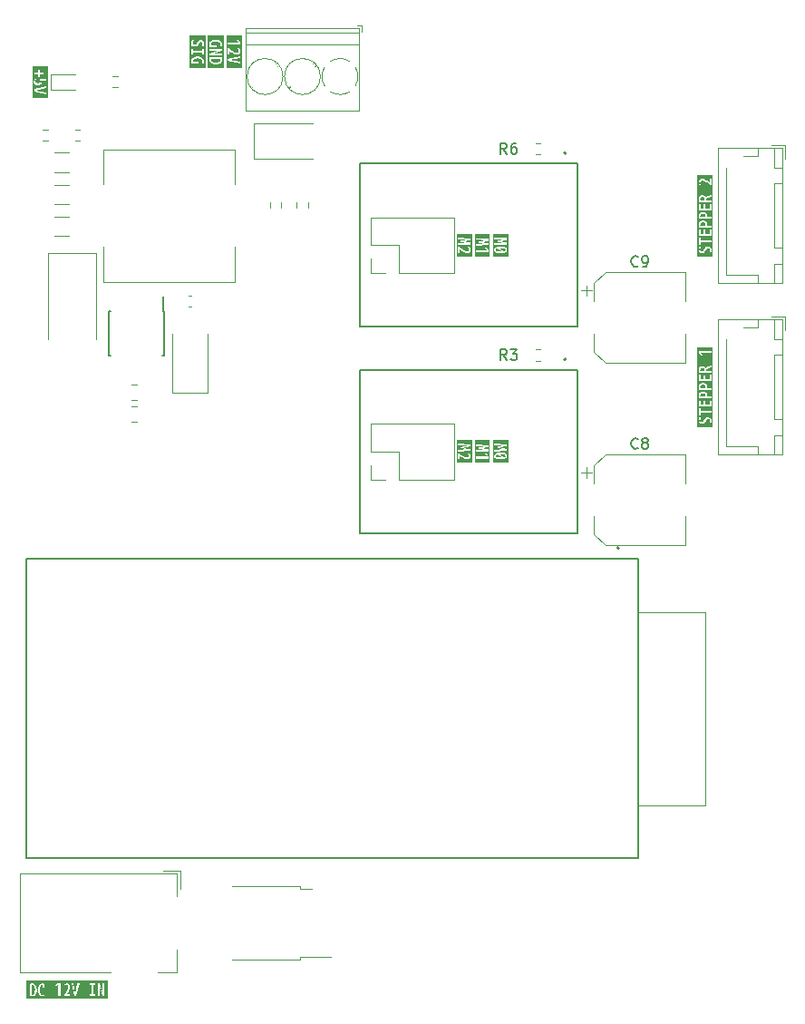
<source format=gto>
%TF.GenerationSoftware,KiCad,Pcbnew,7.0.1*%
%TF.CreationDate,2024-04-15T22:24:04+03:00*%
%TF.ProjectId,ESP32 STEPPER CONTROL PCB,45535033-3220-4535-9445-505045522043,rev?*%
%TF.SameCoordinates,PX68e7780PY7bfa480*%
%TF.FileFunction,Legend,Top*%
%TF.FilePolarity,Positive*%
%FSLAX46Y46*%
G04 Gerber Fmt 4.6, Leading zero omitted, Abs format (unit mm)*
G04 Created by KiCad (PCBNEW 7.0.1) date 2024-04-15 22:24:04*
%MOMM*%
%LPD*%
G01*
G04 APERTURE LIST*
%ADD10C,0.150000*%
%ADD11C,0.120000*%
%ADD12C,0.127000*%
%ADD13C,0.200000*%
%ADD14C,0.100000*%
G04 APERTURE END LIST*
D10*
%TO.C,C9*%
X57833333Y69332620D02*
X57785714Y69285000D01*
X57785714Y69285000D02*
X57642857Y69237381D01*
X57642857Y69237381D02*
X57547619Y69237381D01*
X57547619Y69237381D02*
X57404762Y69285000D01*
X57404762Y69285000D02*
X57309524Y69380239D01*
X57309524Y69380239D02*
X57261905Y69475477D01*
X57261905Y69475477D02*
X57214286Y69665953D01*
X57214286Y69665953D02*
X57214286Y69808810D01*
X57214286Y69808810D02*
X57261905Y69999286D01*
X57261905Y69999286D02*
X57309524Y70094524D01*
X57309524Y70094524D02*
X57404762Y70189762D01*
X57404762Y70189762D02*
X57547619Y70237381D01*
X57547619Y70237381D02*
X57642857Y70237381D01*
X57642857Y70237381D02*
X57785714Y70189762D01*
X57785714Y70189762D02*
X57833333Y70142143D01*
X58309524Y69237381D02*
X58500000Y69237381D01*
X58500000Y69237381D02*
X58595238Y69285000D01*
X58595238Y69285000D02*
X58642857Y69332620D01*
X58642857Y69332620D02*
X58738095Y69475477D01*
X58738095Y69475477D02*
X58785714Y69665953D01*
X58785714Y69665953D02*
X58785714Y70046905D01*
X58785714Y70046905D02*
X58738095Y70142143D01*
X58738095Y70142143D02*
X58690476Y70189762D01*
X58690476Y70189762D02*
X58595238Y70237381D01*
X58595238Y70237381D02*
X58404762Y70237381D01*
X58404762Y70237381D02*
X58309524Y70189762D01*
X58309524Y70189762D02*
X58261905Y70142143D01*
X58261905Y70142143D02*
X58214286Y70046905D01*
X58214286Y70046905D02*
X58214286Y69808810D01*
X58214286Y69808810D02*
X58261905Y69713572D01*
X58261905Y69713572D02*
X58309524Y69665953D01*
X58309524Y69665953D02*
X58404762Y69618334D01*
X58404762Y69618334D02*
X58595238Y69618334D01*
X58595238Y69618334D02*
X58690476Y69665953D01*
X58690476Y69665953D02*
X58738095Y69713572D01*
X58738095Y69713572D02*
X58785714Y69808810D01*
%TO.C,C8*%
X57833333Y52332620D02*
X57785714Y52285000D01*
X57785714Y52285000D02*
X57642857Y52237381D01*
X57642857Y52237381D02*
X57547619Y52237381D01*
X57547619Y52237381D02*
X57404762Y52285000D01*
X57404762Y52285000D02*
X57309524Y52380239D01*
X57309524Y52380239D02*
X57261905Y52475477D01*
X57261905Y52475477D02*
X57214286Y52665953D01*
X57214286Y52665953D02*
X57214286Y52808810D01*
X57214286Y52808810D02*
X57261905Y52999286D01*
X57261905Y52999286D02*
X57309524Y53094524D01*
X57309524Y53094524D02*
X57404762Y53189762D01*
X57404762Y53189762D02*
X57547619Y53237381D01*
X57547619Y53237381D02*
X57642857Y53237381D01*
X57642857Y53237381D02*
X57785714Y53189762D01*
X57785714Y53189762D02*
X57833333Y53142143D01*
X58404762Y52808810D02*
X58309524Y52856429D01*
X58309524Y52856429D02*
X58261905Y52904048D01*
X58261905Y52904048D02*
X58214286Y52999286D01*
X58214286Y52999286D02*
X58214286Y53046905D01*
X58214286Y53046905D02*
X58261905Y53142143D01*
X58261905Y53142143D02*
X58309524Y53189762D01*
X58309524Y53189762D02*
X58404762Y53237381D01*
X58404762Y53237381D02*
X58595238Y53237381D01*
X58595238Y53237381D02*
X58690476Y53189762D01*
X58690476Y53189762D02*
X58738095Y53142143D01*
X58738095Y53142143D02*
X58785714Y53046905D01*
X58785714Y53046905D02*
X58785714Y52999286D01*
X58785714Y52999286D02*
X58738095Y52904048D01*
X58738095Y52904048D02*
X58690476Y52856429D01*
X58690476Y52856429D02*
X58595238Y52808810D01*
X58595238Y52808810D02*
X58404762Y52808810D01*
X58404762Y52808810D02*
X58309524Y52761191D01*
X58309524Y52761191D02*
X58261905Y52713572D01*
X58261905Y52713572D02*
X58214286Y52618334D01*
X58214286Y52618334D02*
X58214286Y52427858D01*
X58214286Y52427858D02*
X58261905Y52332620D01*
X58261905Y52332620D02*
X58309524Y52285000D01*
X58309524Y52285000D02*
X58404762Y52237381D01*
X58404762Y52237381D02*
X58595238Y52237381D01*
X58595238Y52237381D02*
X58690476Y52285000D01*
X58690476Y52285000D02*
X58738095Y52332620D01*
X58738095Y52332620D02*
X58785714Y52427858D01*
X58785714Y52427858D02*
X58785714Y52618334D01*
X58785714Y52618334D02*
X58738095Y52713572D01*
X58738095Y52713572D02*
X58690476Y52761191D01*
X58690476Y52761191D02*
X58595238Y52808810D01*
%TO.C,R6*%
X45583333Y79787381D02*
X45250000Y80263572D01*
X45011905Y79787381D02*
X45011905Y80787381D01*
X45011905Y80787381D02*
X45392857Y80787381D01*
X45392857Y80787381D02*
X45488095Y80739762D01*
X45488095Y80739762D02*
X45535714Y80692143D01*
X45535714Y80692143D02*
X45583333Y80596905D01*
X45583333Y80596905D02*
X45583333Y80454048D01*
X45583333Y80454048D02*
X45535714Y80358810D01*
X45535714Y80358810D02*
X45488095Y80311191D01*
X45488095Y80311191D02*
X45392857Y80263572D01*
X45392857Y80263572D02*
X45011905Y80263572D01*
X46440476Y80787381D02*
X46250000Y80787381D01*
X46250000Y80787381D02*
X46154762Y80739762D01*
X46154762Y80739762D02*
X46107143Y80692143D01*
X46107143Y80692143D02*
X46011905Y80549286D01*
X46011905Y80549286D02*
X45964286Y80358810D01*
X45964286Y80358810D02*
X45964286Y79977858D01*
X45964286Y79977858D02*
X46011905Y79882620D01*
X46011905Y79882620D02*
X46059524Y79835000D01*
X46059524Y79835000D02*
X46154762Y79787381D01*
X46154762Y79787381D02*
X46345238Y79787381D01*
X46345238Y79787381D02*
X46440476Y79835000D01*
X46440476Y79835000D02*
X46488095Y79882620D01*
X46488095Y79882620D02*
X46535714Y79977858D01*
X46535714Y79977858D02*
X46535714Y80215953D01*
X46535714Y80215953D02*
X46488095Y80311191D01*
X46488095Y80311191D02*
X46440476Y80358810D01*
X46440476Y80358810D02*
X46345238Y80406429D01*
X46345238Y80406429D02*
X46154762Y80406429D01*
X46154762Y80406429D02*
X46059524Y80358810D01*
X46059524Y80358810D02*
X46011905Y80311191D01*
X46011905Y80311191D02*
X45964286Y80215953D01*
%TO.C,R3*%
X45583333Y60537381D02*
X45250000Y61013572D01*
X45011905Y60537381D02*
X45011905Y61537381D01*
X45011905Y61537381D02*
X45392857Y61537381D01*
X45392857Y61537381D02*
X45488095Y61489762D01*
X45488095Y61489762D02*
X45535714Y61442143D01*
X45535714Y61442143D02*
X45583333Y61346905D01*
X45583333Y61346905D02*
X45583333Y61204048D01*
X45583333Y61204048D02*
X45535714Y61108810D01*
X45535714Y61108810D02*
X45488095Y61061191D01*
X45488095Y61061191D02*
X45392857Y61013572D01*
X45392857Y61013572D02*
X45011905Y61013572D01*
X45916667Y61537381D02*
X46535714Y61537381D01*
X46535714Y61537381D02*
X46202381Y61156429D01*
X46202381Y61156429D02*
X46345238Y61156429D01*
X46345238Y61156429D02*
X46440476Y61108810D01*
X46440476Y61108810D02*
X46488095Y61061191D01*
X46488095Y61061191D02*
X46535714Y60965953D01*
X46535714Y60965953D02*
X46535714Y60727858D01*
X46535714Y60727858D02*
X46488095Y60632620D01*
X46488095Y60632620D02*
X46440476Y60585000D01*
X46440476Y60585000D02*
X46345238Y60537381D01*
X46345238Y60537381D02*
X46059524Y60537381D01*
X46059524Y60537381D02*
X45964286Y60585000D01*
X45964286Y60585000D02*
X45916667Y60632620D01*
D11*
%TO.C,J3*%
X71285000Y51690000D02*
X71285000Y64310000D01*
X70525000Y64300000D02*
X70525000Y62500000D01*
X71275000Y53500000D02*
X70525000Y53500000D01*
X71575000Y63350000D02*
X71575000Y64600000D01*
X70525000Y61000000D02*
X70525000Y55000000D01*
X71285000Y64310000D02*
X65315000Y64310000D01*
X70525000Y62500000D02*
X71275000Y62500000D01*
X70525000Y55000000D02*
X71275000Y55000000D01*
X71275000Y62500000D02*
X71275000Y64300000D01*
X71275000Y64300000D02*
X70525000Y64300000D01*
X69025000Y51700000D02*
X69025000Y52450000D01*
X71275000Y55000000D02*
X71275000Y61000000D01*
X65315000Y64310000D02*
X65315000Y51690000D01*
X71275000Y51700000D02*
X71275000Y53500000D01*
X71275000Y61000000D02*
X70525000Y61000000D01*
X70525000Y53500000D02*
X70525000Y51700000D01*
X71575000Y64600000D02*
X70325000Y64600000D01*
X69025000Y52450000D02*
X66075000Y52450000D01*
X65315000Y51690000D02*
X71285000Y51690000D01*
X66075000Y58000000D02*
X66075000Y62490000D01*
X69025000Y64300000D02*
X69025000Y63550000D01*
X70525000Y51700000D02*
X71275000Y51700000D01*
X69025000Y63550000D02*
X67685000Y63550000D01*
X66075000Y52450000D02*
X66075000Y58000000D01*
%TO.C,J5*%
X66075000Y68450000D02*
X66075000Y74000000D01*
X69025000Y79550000D02*
X67685000Y79550000D01*
X70525000Y67700000D02*
X71275000Y67700000D01*
X69025000Y80300000D02*
X69025000Y79550000D01*
X66075000Y74000000D02*
X66075000Y78490000D01*
X65315000Y67690000D02*
X71285000Y67690000D01*
X69025000Y68450000D02*
X66075000Y68450000D01*
X71575000Y80600000D02*
X70325000Y80600000D01*
X70525000Y69500000D02*
X70525000Y67700000D01*
X71275000Y77000000D02*
X70525000Y77000000D01*
X71275000Y67700000D02*
X71275000Y69500000D01*
X65315000Y80310000D02*
X65315000Y67690000D01*
X71275000Y71000000D02*
X71275000Y77000000D01*
X69025000Y67700000D02*
X69025000Y68450000D01*
X71275000Y80300000D02*
X70525000Y80300000D01*
X71275000Y78500000D02*
X71275000Y80300000D01*
X70525000Y71000000D02*
X71275000Y71000000D01*
X70525000Y78500000D02*
X71275000Y78500000D01*
X71285000Y80310000D02*
X65315000Y80310000D01*
X70525000Y77000000D02*
X70525000Y71000000D01*
X71575000Y79350000D02*
X71575000Y80600000D01*
X71275000Y69500000D02*
X70525000Y69500000D01*
X70525000Y80300000D02*
X70525000Y78500000D01*
X71285000Y67690000D02*
X71285000Y80310000D01*
%TO.C,kibuzzard-661D7BA7*%
G36*
X17672396Y90043744D02*
G01*
X17804687Y90043744D01*
X17810861Y89948847D01*
X17829382Y89858888D01*
X17860250Y89773869D01*
X18511125Y89773869D01*
X18511125Y90143756D01*
X18376187Y90143756D01*
X18376187Y89943731D01*
X17960262Y89943731D01*
X17941212Y90038981D01*
X17968200Y90135819D01*
X18049162Y90207256D01*
X18137004Y90239888D01*
X18256596Y90259467D01*
X18407937Y90265994D01*
X18555840Y90259115D01*
X18671462Y90238477D01*
X18754806Y90204081D01*
X18830411Y90125103D01*
X18855612Y90011994D01*
X18846087Y89914759D01*
X18817512Y89813556D01*
X18960387Y89813556D01*
X18986581Y89910791D01*
X18995313Y90011994D01*
X18979614Y90142963D01*
X18932518Y90250119D01*
X18854025Y90333463D01*
X18773162Y90380343D01*
X18671859Y90413830D01*
X18550118Y90433921D01*
X18407937Y90440619D01*
X18266551Y90434418D01*
X18144016Y90415814D01*
X18040332Y90384808D01*
X17955500Y90341400D01*
X17889520Y90285589D01*
X17842391Y90217377D01*
X17814113Y90136761D01*
X17804687Y90043744D01*
X17672396Y90043744D01*
X17672396Y90440619D01*
X17672396Y90830879D01*
X19127604Y90830879D01*
X19127604Y90440619D01*
X19127604Y88159381D01*
X19127604Y87769121D01*
X17672396Y87769121D01*
X17672396Y88159381D01*
X17672396Y88576894D01*
X17804687Y88576894D01*
X17818380Y88445131D01*
X17859456Y88341944D01*
X17934267Y88263561D01*
X18049162Y88206212D01*
X18149881Y88180195D01*
X18272118Y88164585D01*
X18415875Y88159381D01*
X18564257Y88165483D01*
X18688727Y88183789D01*
X18789285Y88214299D01*
X18865931Y88257012D01*
X18937810Y88335947D01*
X18980937Y88442574D01*
X18995313Y88576894D01*
X18987375Y88701909D01*
X18963563Y88826131D01*
X17836437Y88826131D01*
X17812625Y88706672D01*
X17804687Y88576894D01*
X17672396Y88576894D01*
X17672396Y89607181D01*
X17820562Y89607181D01*
X17820562Y89432556D01*
X18661937Y89432556D01*
X18661937Y89429381D01*
X17820562Y89181731D01*
X17820562Y89003931D01*
X18979437Y89003931D01*
X18979437Y89170619D01*
X18138062Y89170619D01*
X18138062Y89175381D01*
X18979437Y89423031D01*
X18979437Y89607181D01*
X17820562Y89607181D01*
X17672396Y89607181D01*
X17672396Y90043744D01*
G37*
G36*
X18857200Y88576894D02*
G01*
X18832594Y88466959D01*
X18758775Y88391156D01*
X18676931Y88358524D01*
X18562631Y88338945D01*
X18415875Y88332419D01*
X18253774Y88338857D01*
X18129419Y88358172D01*
X18042812Y88390363D01*
X17966612Y88465967D01*
X17941212Y88576894D01*
X17955500Y88648331D01*
X18842912Y88648331D01*
X18857200Y88576894D01*
G37*
%TO.C,kibuzzard-661D7B98*%
G36*
X15972396Y90129469D02*
G01*
X16104687Y90129469D01*
X16117387Y90006596D01*
X16155487Y89911029D01*
X16218987Y89842766D01*
X16307887Y89801809D01*
X16422188Y89788156D01*
X16544822Y89805222D01*
X16642850Y89856419D01*
X16699471Y89914451D01*
X16755033Y89997530D01*
X16809537Y90105656D01*
X16856986Y90176212D01*
X16921015Y90218545D01*
X17001625Y90232656D01*
X17066712Y90221544D01*
X17115925Y90188206D01*
X17146881Y90135422D01*
X17157200Y90065969D01*
X17140134Y89942541D01*
X17088937Y89819906D01*
X17247687Y89819906D01*
X17274146Y89905278D01*
X17290021Y89994178D01*
X17295313Y90086606D01*
X17286493Y90181415D01*
X17260035Y90260526D01*
X17215937Y90323938D01*
X17120688Y90386445D01*
X16993688Y90407281D01*
X16880975Y90390811D01*
X16787312Y90341400D01*
X16732279Y90286808D01*
X16679362Y90210872D01*
X16628562Y90113594D01*
X16587684Y90045530D01*
X16541250Y90000088D01*
X16484894Y89974489D01*
X16414250Y89965956D01*
X16340233Y89977069D01*
X16286456Y90010406D01*
X16253714Y90063588D01*
X16242800Y90134231D01*
X16254265Y90227188D01*
X16288661Y90315559D01*
X16345987Y90399344D01*
X16180887Y90399344D01*
X16138554Y90317852D01*
X16113154Y90227894D01*
X16104687Y90129469D01*
X15972396Y90129469D01*
X15972396Y90407281D01*
X15972396Y90817385D01*
X17427604Y90817385D01*
X17427604Y90407281D01*
X17427604Y88192719D01*
X17427604Y87782615D01*
X15972396Y87782615D01*
X15972396Y88192719D01*
X15972396Y88462594D01*
X16104687Y88462594D01*
X16110861Y88367697D01*
X16129382Y88277738D01*
X16160250Y88192719D01*
X16811125Y88192719D01*
X16811125Y88562606D01*
X16676187Y88562606D01*
X16676187Y88362581D01*
X16260262Y88362581D01*
X16241212Y88457831D01*
X16268200Y88554669D01*
X16349162Y88626106D01*
X16437004Y88658738D01*
X16556596Y88678317D01*
X16707937Y88684844D01*
X16855840Y88677965D01*
X16971462Y88657327D01*
X17054806Y88622931D01*
X17130411Y88543953D01*
X17155612Y88430844D01*
X17146087Y88333609D01*
X17117512Y88232406D01*
X17260387Y88232406D01*
X17286581Y88329641D01*
X17295313Y88430844D01*
X17279614Y88561812D01*
X17232518Y88668969D01*
X17154025Y88752312D01*
X17073162Y88799193D01*
X16971859Y88832680D01*
X16850118Y88852771D01*
X16707937Y88859469D01*
X16566551Y88853268D01*
X16444016Y88834664D01*
X16340332Y88803658D01*
X16255500Y88760250D01*
X16189520Y88704439D01*
X16142391Y88636227D01*
X16114113Y88555611D01*
X16104687Y88462594D01*
X15972396Y88462594D01*
X15972396Y89042031D01*
X15972396Y89581781D01*
X16120562Y89581781D01*
X16120562Y89042031D01*
X16258675Y89042031D01*
X16258675Y89219831D01*
X17141325Y89219831D01*
X17141325Y89042031D01*
X17279437Y89042031D01*
X17279437Y89581781D01*
X17141325Y89581781D01*
X17141325Y89403981D01*
X16258675Y89403981D01*
X16258675Y89581781D01*
X16120562Y89581781D01*
X15972396Y89581781D01*
X15972396Y90129469D01*
G37*
%TO.C,kibuzzard-661D7B73*%
G36*
X19380333Y90414425D02*
G01*
X19380333Y90811300D01*
X20819667Y90811300D01*
X20819667Y90414425D01*
X20819667Y88185575D01*
X20819667Y87788700D01*
X19380333Y87788700D01*
X19380333Y88185575D01*
X19380333Y88444337D01*
X19380333Y88650712D01*
X19512625Y88650712D01*
X19512625Y88444337D01*
X20671500Y88185575D01*
X20671500Y88361787D01*
X19671375Y88542762D01*
X19671375Y88544350D01*
X20671500Y88725325D01*
X20671500Y88907887D01*
X19512625Y88650712D01*
X19380333Y88650712D01*
X19380333Y89053937D01*
X19380333Y89625437D01*
X19512625Y89625437D01*
X19512625Y89053937D01*
X19650737Y89053937D01*
X19650737Y89441287D01*
X19653912Y89441287D01*
X19764839Y89348171D01*
X19869019Y89268845D01*
X19966452Y89203311D01*
X20057137Y89151569D01*
X20170379Y89101739D01*
X20277271Y89071841D01*
X20377812Y89061875D01*
X20511758Y89079933D01*
X20608794Y89134106D01*
X20667730Y89222411D01*
X20687375Y89342862D01*
X20678203Y89443404D01*
X20650686Y89537596D01*
X20604825Y89625437D01*
X20455600Y89625437D01*
X20507635Y89536008D01*
X20538856Y89453987D01*
X20549263Y89379375D01*
X20506400Y89275394D01*
X20450837Y89249795D01*
X20369875Y89241262D01*
X20282886Y89249103D01*
X20190649Y89272624D01*
X20093164Y89311825D01*
X19990430Y89366707D01*
X19882448Y89437270D01*
X19769217Y89523514D01*
X19650737Y89625437D01*
X19512625Y89625437D01*
X19380333Y89625437D01*
X19380333Y89960400D01*
X19512625Y89960400D01*
X20671500Y89960400D01*
X20671500Y90136612D01*
X20509575Y90414425D01*
X20354000Y90414425D01*
X20506400Y90141375D01*
X20504812Y90138200D01*
X19512625Y90138200D01*
X19512625Y89960400D01*
X19380333Y89960400D01*
X19380333Y90138200D01*
X19380333Y90414425D01*
G37*
%TO.C,kibuzzard-661D7A91*%
G36*
X44272396Y71831025D02*
G01*
X44272396Y71986600D01*
X44420562Y71986600D01*
X44420562Y71831025D01*
X45404812Y71804038D01*
X45404812Y71799275D01*
X44690437Y71708788D01*
X44690437Y71557975D01*
X45404812Y71459550D01*
X45404812Y71457963D01*
X44420562Y71434150D01*
X44420562Y71264288D01*
X45579437Y71323025D01*
X45579437Y71523050D01*
X44841250Y71618300D01*
X44841250Y71621475D01*
X45579437Y71718313D01*
X45579437Y71926275D01*
X44420562Y71986600D01*
X44272396Y71986600D01*
X44272396Y72317329D01*
X45727604Y72317329D01*
X45727604Y71986600D01*
X45727604Y70513400D01*
X45727604Y70182671D01*
X44272396Y70182671D01*
X44272396Y70513400D01*
X44272396Y70830900D01*
X44404687Y70830900D01*
X44417586Y70732078D01*
X44456281Y70654688D01*
X44528116Y70595355D01*
X44640431Y70550706D01*
X44739297Y70529981D01*
X44859153Y70517545D01*
X45000000Y70513400D01*
X45140847Y70517545D01*
X45260703Y70529981D01*
X45359569Y70550706D01*
X45471884Y70595355D01*
X45543719Y70654688D01*
X45582414Y70732078D01*
X45595313Y70830900D01*
X45582414Y70929722D01*
X45543719Y71007113D01*
X45471884Y71066445D01*
X45359569Y71111094D01*
X45260703Y71131819D01*
X45140847Y71144255D01*
X45000000Y71148400D01*
X44859153Y71144255D01*
X44739297Y71131819D01*
X44640431Y71111094D01*
X44528116Y71066445D01*
X44456281Y71007113D01*
X44417586Y70929722D01*
X44404687Y70830900D01*
X44272396Y70830900D01*
X44272396Y71831025D01*
G37*
G36*
X45160337Y70683263D02*
G01*
X45086122Y70679691D01*
X45000000Y70678500D01*
X44887111Y70680617D01*
X44791861Y70686967D01*
X44714250Y70697550D01*
X44627731Y70719577D01*
X44574550Y70747556D01*
X44538037Y70830900D01*
X44570581Y70910275D01*
X44682500Y70959488D01*
X45160337Y70683263D01*
G37*
G36*
X45112889Y70981183D02*
G01*
X45208139Y70974833D01*
X45285750Y70964250D01*
X45372269Y70942223D01*
X45425450Y70914244D01*
X45461962Y70830900D01*
X45434181Y70756288D01*
X45339725Y70708663D01*
X44868237Y70980125D01*
X45000000Y70983300D01*
X45112889Y70981183D01*
G37*
%TO.C,kibuzzard-661D7AB9*%
G36*
X42588271Y71758794D02*
G01*
X42588271Y71914369D01*
X42720563Y71914369D01*
X42720563Y71758794D01*
X43704813Y71731806D01*
X43704813Y71727044D01*
X42990437Y71636556D01*
X42990437Y71485744D01*
X43704813Y71387319D01*
X43704813Y71385731D01*
X42720563Y71361919D01*
X42720563Y71192056D01*
X43879437Y71250794D01*
X43879437Y71450819D01*
X43141250Y71546069D01*
X43141250Y71549244D01*
X43879437Y71646081D01*
X43879437Y71854044D01*
X42720563Y71914369D01*
X42588271Y71914369D01*
X42588271Y72311244D01*
X44011729Y72311244D01*
X44011729Y71914369D01*
X44011729Y70585631D01*
X44011729Y70188756D01*
X42588271Y70188756D01*
X42588271Y70585631D01*
X42720563Y70585631D01*
X43879437Y70585631D01*
X43879437Y70761844D01*
X43717513Y71039656D01*
X43561938Y71039656D01*
X43714338Y70766606D01*
X43712750Y70763431D01*
X42720563Y70763431D01*
X42720563Y70585631D01*
X42588271Y70585631D01*
X42588271Y70763431D01*
X42588271Y71758794D01*
G37*
%TO.C,kibuzzard-661D7AAA*%
G36*
X40880333Y71815150D02*
G01*
X40880333Y71970725D01*
X41012625Y71970725D01*
X41012625Y71815150D01*
X41996875Y71788163D01*
X41996875Y71783400D01*
X41282500Y71692913D01*
X41282500Y71542100D01*
X41996875Y71443675D01*
X41996875Y71442088D01*
X41012625Y71418275D01*
X41012625Y71248413D01*
X42171500Y71307150D01*
X42171500Y71507175D01*
X41433312Y71602425D01*
X41433312Y71605600D01*
X42171500Y71702438D01*
X42171500Y71910400D01*
X41012625Y71970725D01*
X40880333Y71970725D01*
X40880333Y72301454D01*
X42319667Y72301454D01*
X42319667Y71970725D01*
X42319667Y70529275D01*
X42319667Y70198546D01*
X40880333Y70198546D01*
X40880333Y70529275D01*
X40880333Y71100775D01*
X41012625Y71100775D01*
X41012625Y70529275D01*
X41150737Y70529275D01*
X41150737Y70916625D01*
X41153912Y70916625D01*
X41264839Y70823508D01*
X41369019Y70744183D01*
X41466452Y70678649D01*
X41557137Y70626906D01*
X41670379Y70577076D01*
X41777271Y70547178D01*
X41877812Y70537212D01*
X42011758Y70555270D01*
X42108794Y70609444D01*
X42167730Y70697748D01*
X42187375Y70818200D01*
X42178203Y70918742D01*
X42150686Y71012933D01*
X42104825Y71100775D01*
X41955600Y71100775D01*
X42007635Y71011346D01*
X42038856Y70929325D01*
X42049263Y70854713D01*
X42006400Y70750731D01*
X41950837Y70725133D01*
X41869875Y70716600D01*
X41782886Y70724440D01*
X41690649Y70747961D01*
X41593164Y70787163D01*
X41490430Y70842045D01*
X41382448Y70912608D01*
X41269217Y70998851D01*
X41150737Y71100775D01*
X41012625Y71100775D01*
X40880333Y71100775D01*
X40880333Y71815150D01*
G37*
%TO.C,kibuzzard-661D7AB9*%
G36*
X42588271Y52508794D02*
G01*
X42588271Y52664369D01*
X42720563Y52664369D01*
X42720563Y52508794D01*
X43704813Y52481806D01*
X43704813Y52477044D01*
X42990437Y52386556D01*
X42990437Y52235744D01*
X43704813Y52137319D01*
X43704813Y52135731D01*
X42720563Y52111919D01*
X42720563Y51942056D01*
X43879437Y52000794D01*
X43879437Y52200819D01*
X43141250Y52296069D01*
X43141250Y52299244D01*
X43879437Y52396081D01*
X43879437Y52604044D01*
X42720563Y52664369D01*
X42588271Y52664369D01*
X42588271Y53061244D01*
X44011729Y53061244D01*
X44011729Y52664369D01*
X44011729Y51335631D01*
X44011729Y50938756D01*
X42588271Y50938756D01*
X42588271Y51335631D01*
X42720563Y51335631D01*
X43879437Y51335631D01*
X43879437Y51511844D01*
X43717513Y51789656D01*
X43561938Y51789656D01*
X43714338Y51516606D01*
X43712750Y51513431D01*
X42720563Y51513431D01*
X42720563Y51335631D01*
X42588271Y51335631D01*
X42588271Y51513431D01*
X42588271Y52508794D01*
G37*
%TO.C,kibuzzard-661D7AAA*%
G36*
X40880333Y52565150D02*
G01*
X40880333Y52720725D01*
X41012625Y52720725D01*
X41012625Y52565150D01*
X41996875Y52538163D01*
X41996875Y52533400D01*
X41282500Y52442913D01*
X41282500Y52292100D01*
X41996875Y52193675D01*
X41996875Y52192088D01*
X41012625Y52168275D01*
X41012625Y51998413D01*
X42171500Y52057150D01*
X42171500Y52257175D01*
X41433312Y52352425D01*
X41433312Y52355600D01*
X42171500Y52452438D01*
X42171500Y52660400D01*
X41012625Y52720725D01*
X40880333Y52720725D01*
X40880333Y53051454D01*
X42319667Y53051454D01*
X42319667Y52720725D01*
X42319667Y51279275D01*
X42319667Y50948546D01*
X40880333Y50948546D01*
X40880333Y51279275D01*
X40880333Y51850775D01*
X41012625Y51850775D01*
X41012625Y51279275D01*
X41150737Y51279275D01*
X41150737Y51666625D01*
X41153912Y51666625D01*
X41264839Y51573508D01*
X41369019Y51494183D01*
X41466452Y51428649D01*
X41557137Y51376906D01*
X41670379Y51327076D01*
X41777271Y51297178D01*
X41877812Y51287212D01*
X42011758Y51305270D01*
X42108794Y51359444D01*
X42167730Y51447748D01*
X42187375Y51568200D01*
X42178203Y51668742D01*
X42150686Y51762933D01*
X42104825Y51850775D01*
X41955600Y51850775D01*
X42007635Y51761346D01*
X42038856Y51679325D01*
X42049263Y51604713D01*
X42006400Y51500731D01*
X41950837Y51475133D01*
X41869875Y51466600D01*
X41782886Y51474440D01*
X41690649Y51497961D01*
X41593164Y51537163D01*
X41490430Y51592045D01*
X41382448Y51662608D01*
X41269217Y51748851D01*
X41150737Y51850775D01*
X41012625Y51850775D01*
X40880333Y51850775D01*
X40880333Y52565150D01*
G37*
%TO.C,kibuzzard-661D7A91*%
G36*
X45112889Y51731183D02*
G01*
X45208139Y51724833D01*
X45285750Y51714250D01*
X45372269Y51692223D01*
X45425450Y51664244D01*
X45461962Y51580900D01*
X45434181Y51506288D01*
X45339725Y51458663D01*
X44868237Y51730125D01*
X45000000Y51733300D01*
X45112889Y51731183D01*
G37*
G36*
X45160337Y51433263D02*
G01*
X45086122Y51429691D01*
X45000000Y51428500D01*
X44887111Y51430617D01*
X44791861Y51436967D01*
X44714250Y51447550D01*
X44627731Y51469577D01*
X44574550Y51497556D01*
X44538037Y51580900D01*
X44570581Y51660275D01*
X44682500Y51709488D01*
X45160337Y51433263D01*
G37*
G36*
X44272396Y52581025D02*
G01*
X44272396Y52736600D01*
X44420562Y52736600D01*
X44420562Y52581025D01*
X45404812Y52554038D01*
X45404812Y52549275D01*
X44690437Y52458788D01*
X44690437Y52307975D01*
X45404812Y52209550D01*
X45404812Y52207963D01*
X44420562Y52184150D01*
X44420562Y52014288D01*
X45579437Y52073025D01*
X45579437Y52273050D01*
X44841250Y52368300D01*
X44841250Y52371475D01*
X45579437Y52468313D01*
X45579437Y52676275D01*
X44420562Y52736600D01*
X44272396Y52736600D01*
X44272396Y53067329D01*
X45727604Y53067329D01*
X45727604Y52736600D01*
X45727604Y51263400D01*
X45727604Y50932671D01*
X44272396Y50932671D01*
X44272396Y51263400D01*
X44272396Y51580900D01*
X44404687Y51580900D01*
X44417586Y51482078D01*
X44456281Y51404688D01*
X44528116Y51345355D01*
X44640431Y51300706D01*
X44739297Y51279981D01*
X44859153Y51267545D01*
X45000000Y51263400D01*
X45140847Y51267545D01*
X45260703Y51279981D01*
X45359569Y51300706D01*
X45471884Y51345355D01*
X45543719Y51404688D01*
X45582414Y51482078D01*
X45595313Y51580900D01*
X45582414Y51679722D01*
X45543719Y51757113D01*
X45471884Y51816445D01*
X45359569Y51861094D01*
X45260703Y51881819D01*
X45140847Y51894255D01*
X45000000Y51898400D01*
X44859153Y51894255D01*
X44739297Y51881819D01*
X44640431Y51861094D01*
X44528116Y51816445D01*
X44456281Y51757113D01*
X44417586Y51679722D01*
X44404687Y51580900D01*
X44272396Y51580900D01*
X44272396Y52581025D01*
G37*
%TO.C,kibuzzard-661D7A6E*%
G36*
X63948394Y75738313D02*
G01*
X64012688Y75700213D01*
X64048406Y75631950D01*
X64060313Y75528763D01*
X64060313Y75466850D01*
X63655500Y75466850D01*
X63642800Y75558925D01*
X63655302Y75643459D01*
X63692806Y75703388D01*
X63757298Y75739106D01*
X63850763Y75751013D01*
X63948394Y75738313D01*
G37*
G36*
X64014077Y74159742D02*
G01*
X64094444Y74124619D01*
X64139092Y74064889D01*
X64153975Y73979363D01*
X64142863Y73887288D01*
X63655500Y73887288D01*
X63642800Y73979363D01*
X63657484Y74064889D01*
X63701538Y74124619D01*
X63778531Y74159742D01*
X63892038Y74171450D01*
X64014077Y74159742D01*
G37*
G36*
X64014077Y73365992D02*
G01*
X64094444Y73330869D01*
X64139092Y73271139D01*
X64153975Y73185613D01*
X64142863Y73093538D01*
X63655500Y73093538D01*
X63642800Y73185613D01*
X63657484Y73271139D01*
X63701538Y73330869D01*
X63778531Y73365992D01*
X63892038Y73377700D01*
X64014077Y73365992D01*
G37*
G36*
X64827604Y77468687D02*
G01*
X64827604Y75955800D01*
X64827604Y75082675D01*
X64827604Y73887288D01*
X64827604Y73093538D01*
X64827604Y72701425D01*
X64827604Y71715588D01*
X64827604Y70809125D01*
X64827604Y70531313D01*
X64827604Y70200583D01*
X63372396Y70200583D01*
X63372396Y70531313D01*
X63372396Y70851987D01*
X63504687Y70851987D01*
X63513507Y70757178D01*
X63539965Y70678068D01*
X63584063Y70614656D01*
X63679312Y70552148D01*
X63806312Y70531313D01*
X63919025Y70547783D01*
X64012688Y70597194D01*
X64067721Y70651786D01*
X64120638Y70727722D01*
X64171438Y70825000D01*
X64212316Y70893064D01*
X64258750Y70938506D01*
X64315106Y70964105D01*
X64385750Y70972638D01*
X64459767Y70961525D01*
X64513544Y70928187D01*
X64546286Y70875006D01*
X64557200Y70804363D01*
X64545735Y70711406D01*
X64511339Y70623035D01*
X64454013Y70539250D01*
X64619113Y70539250D01*
X64661446Y70620742D01*
X64686846Y70710700D01*
X64695313Y70809125D01*
X64682613Y70931997D01*
X64644513Y71027565D01*
X64581013Y71095828D01*
X64492113Y71136785D01*
X64377812Y71150437D01*
X64255178Y71133372D01*
X64157150Y71082175D01*
X64100529Y71024143D01*
X64044967Y70941064D01*
X63990463Y70832938D01*
X63943014Y70762382D01*
X63878985Y70720049D01*
X63798375Y70705937D01*
X63733288Y70717050D01*
X63684075Y70750388D01*
X63653119Y70803172D01*
X63642800Y70872625D01*
X63659866Y70996053D01*
X63711063Y71118688D01*
X63552313Y71118688D01*
X63525854Y71033315D01*
X63509979Y70944415D01*
X63504687Y70851987D01*
X63372396Y70851987D01*
X63372396Y71301250D01*
X63520563Y71301250D01*
X63658675Y71301250D01*
X63658675Y71537788D01*
X64679438Y71537788D01*
X64679438Y71715588D01*
X63658675Y71715588D01*
X63658675Y71952125D01*
X63520563Y71952125D01*
X63520563Y71301250D01*
X63372396Y71301250D01*
X63372396Y72145800D01*
X63520563Y72145800D01*
X64679438Y72145800D01*
X64679438Y72701425D01*
X64541325Y72701425D01*
X64541325Y72323600D01*
X64123813Y72323600D01*
X64123813Y72685550D01*
X63988875Y72685550D01*
X63988875Y72323600D01*
X63658675Y72323600D01*
X63658675Y72701425D01*
X63520563Y72701425D01*
X63520563Y72145800D01*
X63372396Y72145800D01*
X63372396Y73185613D01*
X63504687Y73185613D01*
X63508215Y73094243D01*
X63518799Y73004285D01*
X63536437Y72915738D01*
X64679438Y72915738D01*
X64679438Y73093538D01*
X64282563Y73093538D01*
X64290500Y73185613D01*
X64279917Y73298766D01*
X64248167Y73390576D01*
X64195250Y73461044D01*
X64119226Y73510874D01*
X64018156Y73540772D01*
X63892038Y73550738D01*
X63768124Y73541036D01*
X63669435Y73511932D01*
X63595969Y73463425D01*
X63545257Y73393751D01*
X63514830Y73301147D01*
X63504687Y73185613D01*
X63372396Y73185613D01*
X63372396Y73979363D01*
X63504687Y73979363D01*
X63508215Y73887993D01*
X63518799Y73798035D01*
X63536437Y73709488D01*
X64679438Y73709488D01*
X64679438Y73887288D01*
X64282563Y73887288D01*
X64290500Y73979363D01*
X64279917Y74092516D01*
X64248167Y74184326D01*
X64195250Y74254794D01*
X64119226Y74304624D01*
X64018156Y74334522D01*
X63892038Y74344488D01*
X63768124Y74334786D01*
X63669435Y74305682D01*
X63595969Y74257175D01*
X63545257Y74187501D01*
X63514830Y74094897D01*
X63504687Y73979363D01*
X63372396Y73979363D01*
X63372396Y74527050D01*
X63520563Y74527050D01*
X64679438Y74527050D01*
X64679438Y75082675D01*
X64541325Y75082675D01*
X64541325Y74704850D01*
X64123813Y74704850D01*
X64123813Y75066800D01*
X63988875Y75066800D01*
X63988875Y74704850D01*
X63658675Y74704850D01*
X63658675Y75082675D01*
X63520563Y75082675D01*
X63520563Y74527050D01*
X63372396Y74527050D01*
X63372396Y75558925D01*
X63504687Y75558925D01*
X63508215Y75467556D01*
X63518799Y75377597D01*
X63536437Y75289050D01*
X64679438Y75289050D01*
X64679438Y75466850D01*
X64198425Y75466850D01*
X64198425Y75528763D01*
X64229381Y75624806D01*
X64274030Y75655167D01*
X64346063Y75681163D01*
X64679438Y75773238D01*
X64679438Y75955800D01*
X64355588Y75857375D01*
X64230969Y75806575D01*
X64152388Y75746250D01*
X64149213Y75746250D01*
X64103770Y75824038D01*
X64038881Y75879600D01*
X63954545Y75912938D01*
X63850763Y75924050D01*
X63741842Y75914260D01*
X63654265Y75884892D01*
X63588031Y75835944D01*
X63541729Y75766006D01*
X63513948Y75673666D01*
X63504687Y75558925D01*
X63372396Y75558925D01*
X63372396Y77179763D01*
X63504687Y77179763D01*
X63513860Y77079221D01*
X63541376Y76985029D01*
X63587238Y76897188D01*
X63736463Y76897188D01*
X63684428Y76986617D01*
X63653207Y77068638D01*
X63642800Y77143250D01*
X63685663Y77247231D01*
X63741225Y77272830D01*
X63822188Y77281363D01*
X63909176Y77273522D01*
X64001413Y77250001D01*
X64098898Y77210800D01*
X64201632Y77155918D01*
X64309615Y77085355D01*
X64422846Y76999111D01*
X64541325Y76897188D01*
X64679438Y76897188D01*
X64679438Y77468687D01*
X64541325Y77468687D01*
X64541325Y77081338D01*
X64538150Y77081338D01*
X64427223Y77174454D01*
X64323044Y77253780D01*
X64225611Y77319314D01*
X64134925Y77371056D01*
X64021683Y77420886D01*
X63914792Y77450784D01*
X63814250Y77460750D01*
X63680305Y77442692D01*
X63583269Y77388519D01*
X63524333Y77300214D01*
X63504687Y77179763D01*
X63372396Y77179763D01*
X63372396Y77468687D01*
X63372396Y77799417D01*
X64827604Y77799417D01*
X64827604Y77468687D01*
G37*
%TO.C,kibuzzard-661D7A47*%
G36*
X63948394Y59794669D02*
G01*
X64012688Y59756569D01*
X64048406Y59688306D01*
X64060313Y59585119D01*
X64060313Y59523206D01*
X63655500Y59523206D01*
X63642800Y59615281D01*
X63655302Y59699816D01*
X63692806Y59759744D01*
X63757298Y59795463D01*
X63850763Y59807369D01*
X63948394Y59794669D01*
G37*
G36*
X64014077Y58216098D02*
G01*
X64094444Y58180975D01*
X64139092Y58121245D01*
X64153975Y58035719D01*
X64142863Y57943644D01*
X63655500Y57943644D01*
X63642800Y58035719D01*
X63657484Y58121245D01*
X63701538Y58180975D01*
X63778531Y58216098D01*
X63892038Y58227806D01*
X64014077Y58216098D01*
G37*
G36*
X64014077Y57422348D02*
G01*
X64094444Y57387225D01*
X64139092Y57327495D01*
X64153975Y57241969D01*
X64142863Y57149894D01*
X63655500Y57149894D01*
X63642800Y57241969D01*
X63657484Y57327495D01*
X63701538Y57387225D01*
X63778531Y57422348D01*
X63892038Y57434056D01*
X64014077Y57422348D01*
G37*
G36*
X64827604Y61234531D02*
G01*
X64827604Y60012156D01*
X64827604Y59139031D01*
X64827604Y57943644D01*
X64827604Y57149894D01*
X64827604Y56757781D01*
X64827604Y55771944D01*
X64827604Y54865481D01*
X64827604Y54587669D01*
X64827604Y54256940D01*
X63372396Y54256940D01*
X63372396Y54587669D01*
X63372396Y54908344D01*
X63504687Y54908344D01*
X63513507Y54813535D01*
X63539965Y54734424D01*
X63584063Y54671013D01*
X63679312Y54608505D01*
X63806312Y54587669D01*
X63919025Y54604139D01*
X64012688Y54653550D01*
X64067721Y54708142D01*
X64120638Y54784078D01*
X64171438Y54881356D01*
X64212316Y54949420D01*
X64258750Y54994862D01*
X64315106Y55020461D01*
X64385750Y55028994D01*
X64459767Y55017881D01*
X64513544Y54984544D01*
X64546286Y54931362D01*
X64557200Y54860719D01*
X64545735Y54767762D01*
X64511339Y54679391D01*
X64454013Y54595606D01*
X64619113Y54595606D01*
X64661446Y54677098D01*
X64686846Y54767056D01*
X64695313Y54865481D01*
X64682613Y54988354D01*
X64644513Y55083921D01*
X64581013Y55152184D01*
X64492113Y55193141D01*
X64377812Y55206794D01*
X64255178Y55189728D01*
X64157150Y55138531D01*
X64100529Y55080499D01*
X64044967Y54997420D01*
X63990463Y54889294D01*
X63943014Y54818738D01*
X63878985Y54776405D01*
X63798375Y54762294D01*
X63733288Y54773406D01*
X63684075Y54806744D01*
X63653119Y54859528D01*
X63642800Y54928981D01*
X63659866Y55052409D01*
X63711063Y55175044D01*
X63552313Y55175044D01*
X63525854Y55089672D01*
X63509979Y55000772D01*
X63504687Y54908344D01*
X63372396Y54908344D01*
X63372396Y55357606D01*
X63520563Y55357606D01*
X63658675Y55357606D01*
X63658675Y55594144D01*
X64679438Y55594144D01*
X64679438Y55771944D01*
X63658675Y55771944D01*
X63658675Y56008481D01*
X63520563Y56008481D01*
X63520563Y55357606D01*
X63372396Y55357606D01*
X63372396Y56202156D01*
X63520563Y56202156D01*
X64679438Y56202156D01*
X64679438Y56757781D01*
X64541325Y56757781D01*
X64541325Y56379956D01*
X64123813Y56379956D01*
X64123813Y56741906D01*
X63988875Y56741906D01*
X63988875Y56379956D01*
X63658675Y56379956D01*
X63658675Y56757781D01*
X63520563Y56757781D01*
X63520563Y56202156D01*
X63372396Y56202156D01*
X63372396Y57241969D01*
X63504687Y57241969D01*
X63508215Y57150599D01*
X63518799Y57060641D01*
X63536437Y56972094D01*
X64679438Y56972094D01*
X64679438Y57149894D01*
X64282563Y57149894D01*
X64290500Y57241969D01*
X64279917Y57355122D01*
X64248167Y57446933D01*
X64195250Y57517400D01*
X64119226Y57567230D01*
X64018156Y57597128D01*
X63892038Y57607094D01*
X63768124Y57597392D01*
X63669435Y57568288D01*
X63595969Y57519781D01*
X63545257Y57450108D01*
X63514830Y57357503D01*
X63504687Y57241969D01*
X63372396Y57241969D01*
X63372396Y58035719D01*
X63504687Y58035719D01*
X63508215Y57944349D01*
X63518799Y57854391D01*
X63536437Y57765844D01*
X64679438Y57765844D01*
X64679438Y57943644D01*
X64282563Y57943644D01*
X64290500Y58035719D01*
X64279917Y58148872D01*
X64248167Y58240683D01*
X64195250Y58311150D01*
X64119226Y58360980D01*
X64018156Y58390878D01*
X63892038Y58400844D01*
X63768124Y58391142D01*
X63669435Y58362038D01*
X63595969Y58313531D01*
X63545257Y58243858D01*
X63514830Y58151253D01*
X63504687Y58035719D01*
X63372396Y58035719D01*
X63372396Y58583406D01*
X63520563Y58583406D01*
X64679438Y58583406D01*
X64679438Y59139031D01*
X64541325Y59139031D01*
X64541325Y58761206D01*
X64123813Y58761206D01*
X64123813Y59123156D01*
X63988875Y59123156D01*
X63988875Y58761206D01*
X63658675Y58761206D01*
X63658675Y59139031D01*
X63520563Y59139031D01*
X63520563Y58583406D01*
X63372396Y58583406D01*
X63372396Y59615281D01*
X63504687Y59615281D01*
X63508215Y59523912D01*
X63518799Y59433953D01*
X63536437Y59345406D01*
X64679438Y59345406D01*
X64679438Y59523206D01*
X64198425Y59523206D01*
X64198425Y59585119D01*
X64229381Y59681163D01*
X64274030Y59711523D01*
X64346063Y59737519D01*
X64679438Y59829594D01*
X64679438Y60012156D01*
X64355588Y59913731D01*
X64230969Y59862931D01*
X64152388Y59802606D01*
X64149213Y59802606D01*
X64103770Y59880394D01*
X64038881Y59935956D01*
X63954545Y59969294D01*
X63850763Y59980406D01*
X63741842Y59970617D01*
X63654265Y59941248D01*
X63588031Y59892300D01*
X63541729Y59822362D01*
X63513948Y59730022D01*
X63504687Y59615281D01*
X63372396Y59615281D01*
X63372396Y61236119D01*
X63520563Y61236119D01*
X63682488Y60958306D01*
X63838063Y60958306D01*
X63685663Y61231356D01*
X63687250Y61234531D01*
X64679438Y61234531D01*
X64679438Y61412331D01*
X63520563Y61412331D01*
X63520563Y61236119D01*
X63372396Y61236119D01*
X63372396Y61412331D01*
X63372396Y61743060D01*
X64827604Y61743060D01*
X64827604Y61412331D01*
X64827604Y61234531D01*
G37*
%TO.C,kibuzzard-661D68F2*%
G36*
X1376197Y2182594D02*
G01*
X1452000Y2108775D01*
X1484632Y2026931D01*
X1504211Y1912631D01*
X1510738Y1765875D01*
X1504299Y1603774D01*
X1484985Y1479419D01*
X1452794Y1392812D01*
X1377189Y1316612D01*
X1266263Y1291212D01*
X1194825Y1305500D01*
X1194825Y2192912D01*
X1266263Y2207200D01*
X1376197Y2182594D01*
G37*
G36*
X7157475Y890104D02*
G01*
X5401700Y890104D01*
X4792100Y890104D01*
X3707837Y890104D01*
X2201300Y890104D01*
X1266263Y890104D01*
X1017025Y890104D01*
X686296Y890104D01*
X686296Y1186437D01*
X1017025Y1186437D01*
X1136484Y1162625D01*
X1266263Y1154687D01*
X1398025Y1168380D01*
X1501212Y1209456D01*
X1579595Y1284267D01*
X1636944Y1399162D01*
X1662961Y1499881D01*
X1678572Y1622118D01*
X1683775Y1765875D01*
X1799662Y1765875D01*
X1805938Y1622628D01*
X1824765Y1498480D01*
X1856143Y1393433D01*
X1900072Y1307484D01*
X1956552Y1240636D01*
X2025584Y1192887D01*
X2107166Y1164237D01*
X2201300Y1154687D01*
X2307266Y1164609D01*
X2402913Y1194375D01*
X2402913Y1340425D01*
X2312425Y1303516D01*
X2228288Y1291212D01*
X2150676Y1304398D01*
X2087176Y1343953D01*
X2037788Y1409878D01*
X2002510Y1502174D01*
X1981343Y1620839D01*
X1974287Y1765875D01*
X1980682Y1900239D01*
X1999864Y2010174D01*
X2031834Y2095678D01*
X2076593Y2156753D01*
X2134140Y2193398D01*
X2204475Y2205612D01*
X2240987Y2199262D01*
X2240987Y1951612D01*
X2410850Y1951612D01*
X2410850Y2011937D01*
X3431613Y2011937D01*
X3704663Y2164337D01*
X3707837Y2162750D01*
X3707837Y1170562D01*
X3885638Y1170562D01*
X4220600Y1170562D01*
X4792100Y1170562D01*
X4792100Y1308675D01*
X4404750Y1308675D01*
X4404750Y1311850D01*
X4497867Y1422777D01*
X4577192Y1526956D01*
X4642726Y1624389D01*
X4694469Y1715075D01*
X4744299Y1828317D01*
X4774197Y1935208D01*
X4784163Y2035750D01*
X4766105Y2169695D01*
X4711931Y2266731D01*
X4623627Y2325667D01*
X4600513Y2329437D01*
X4938150Y2329437D01*
X5195325Y1170562D01*
X5401700Y1170562D01*
X6617725Y1170562D01*
X7157475Y1170562D01*
X7157475Y1308675D01*
X6979675Y1308675D01*
X6979675Y2191325D01*
X7157475Y2191325D01*
X7157475Y2329437D01*
X7379725Y2329437D01*
X7379725Y1170562D01*
X7554350Y1170562D01*
X7554350Y2011937D01*
X7557525Y2011937D01*
X7805175Y1170562D01*
X7982975Y1170562D01*
X7982975Y2329437D01*
X7816288Y2329437D01*
X7816288Y1488062D01*
X7811525Y1488062D01*
X7563875Y2329437D01*
X7379725Y2329437D01*
X7157475Y2329437D01*
X6617725Y2329437D01*
X6617725Y2191325D01*
X6795525Y2191325D01*
X6795525Y1308675D01*
X6617725Y1308675D01*
X6617725Y1170562D01*
X5401700Y1170562D01*
X5660463Y2329437D01*
X5484250Y2329437D01*
X5303275Y1329312D01*
X5301688Y1329312D01*
X5120713Y2329437D01*
X4938150Y2329437D01*
X4600513Y2329437D01*
X4503175Y2345313D01*
X4402633Y2336140D01*
X4308442Y2308624D01*
X4220600Y2262762D01*
X4220600Y2113537D01*
X4310029Y2165572D01*
X4392050Y2196793D01*
X4466663Y2207200D01*
X4570644Y2164337D01*
X4596242Y2108775D01*
X4604775Y2027812D01*
X4596935Y1940824D01*
X4573414Y1848587D01*
X4534212Y1751102D01*
X4479330Y1648368D01*
X4408767Y1540385D01*
X4322524Y1427154D01*
X4220600Y1308675D01*
X4220600Y1170562D01*
X3885638Y1170562D01*
X3885638Y2329437D01*
X3709425Y2329437D01*
X3431613Y2167512D01*
X3431613Y2011937D01*
X2410850Y2011937D01*
X2410850Y2310387D01*
X2309647Y2336581D01*
X2196538Y2345313D01*
X2103520Y2336259D01*
X2022905Y2309098D01*
X1954692Y2263829D01*
X1898881Y2200453D01*
X1855473Y2118970D01*
X1824467Y2019379D01*
X1805864Y1901681D01*
X1799662Y1765875D01*
X1683775Y1765875D01*
X1677673Y1914257D01*
X1659367Y2038727D01*
X1628857Y2139285D01*
X1586144Y2215931D01*
X1507210Y2287810D01*
X1400583Y2330937D01*
X1266263Y2345313D01*
X1141247Y2337375D01*
X1017025Y2313563D01*
X1017025Y1186437D01*
X686296Y1186437D01*
X686296Y2609896D01*
X1017025Y2609896D01*
X7982975Y2609896D01*
X8313704Y2609896D01*
X8313704Y890104D01*
X7982975Y890104D01*
X7379725Y890104D01*
X7157475Y890104D01*
G37*
%TO.C,kibuzzard-661D4DC0*%
G36*
X1280333Y87644587D02*
G01*
X1280333Y87975317D01*
X2719667Y87975317D01*
X2719667Y87644587D01*
X2719667Y85355413D01*
X2719667Y85024683D01*
X1280333Y85024683D01*
X1280333Y85355413D01*
X1280333Y85614175D01*
X1280333Y85820550D01*
X1428500Y85820550D01*
X1428500Y85614175D01*
X2587375Y85355412D01*
X2587375Y85531625D01*
X1587250Y85712600D01*
X1587250Y85714187D01*
X2587375Y85895162D01*
X2587375Y86077725D01*
X1428500Y85820550D01*
X1280333Y85820550D01*
X1280333Y86557150D01*
X1412625Y86557150D01*
X1422503Y86448318D01*
X1452136Y86361006D01*
X1501525Y86295212D01*
X1573844Y86249351D01*
X1672269Y86221835D01*
X1796800Y86212662D01*
X1931103Y86222822D01*
X2035560Y86253302D01*
X2110172Y86304102D01*
X2154940Y86375222D01*
X2169862Y86466662D01*
X2159941Y86542069D01*
X2130175Y86606362D01*
X2130175Y86609537D01*
X2450850Y86598425D01*
X2450850Y86244412D01*
X2587375Y86244412D01*
X2587375Y86760350D01*
X1971425Y86776225D01*
X1971425Y86630175D01*
X2019050Y86575009D01*
X2034925Y86514287D01*
X1980156Y86420625D01*
X1906933Y86398003D01*
X1796800Y86390462D01*
X1680714Y86401178D01*
X1605506Y86433325D01*
X1564430Y86488887D01*
X1550737Y86569850D01*
X1565819Y86675816D01*
X1611063Y86784162D01*
X1460250Y86784162D01*
X1424531Y86675022D01*
X1412625Y86557150D01*
X1280333Y86557150D01*
X1280333Y87217550D01*
X1280333Y87387412D01*
X1507875Y87387412D01*
X1507875Y87217550D01*
X1841250Y87217550D01*
X1841250Y86961962D01*
X1973012Y86961962D01*
X1973012Y87217550D01*
X2301625Y87217550D01*
X2301625Y87387412D01*
X1973012Y87387412D01*
X1973012Y87644587D01*
X1841250Y87644587D01*
X1841250Y87387412D01*
X1507875Y87387412D01*
X1280333Y87387412D01*
X1280333Y87644587D01*
G37*
%TO.C,D3*%
X5300000Y87235000D02*
X3015000Y87235000D01*
X3015000Y87235000D02*
X3015000Y85765000D01*
X3015000Y85765000D02*
X5300000Y85765000D01*
%TO.C,R7*%
X9237258Y85977500D02*
X8762742Y85977500D01*
X9237258Y87022500D02*
X8762742Y87022500D01*
%TO.C,C9*%
X53740000Y67695563D02*
X53740000Y66010000D01*
X54804437Y68760000D02*
X62260000Y68760000D01*
X52500000Y67010000D02*
X53500000Y67010000D01*
X62260000Y60240000D02*
X62260000Y62990000D01*
X53740000Y67695563D02*
X54804437Y68760000D01*
X62260000Y68760000D02*
X62260000Y66010000D01*
X53000000Y67510000D02*
X53000000Y66510000D01*
X53740000Y61304437D02*
X54804437Y60240000D01*
X54804437Y60240000D02*
X62260000Y60240000D01*
X53740000Y61304437D02*
X53740000Y62990000D01*
%TO.C,C8*%
X53740000Y50695563D02*
X53740000Y49010000D01*
X54804437Y51760000D02*
X62260000Y51760000D01*
X52500000Y50010000D02*
X53500000Y50010000D01*
X62260000Y43240000D02*
X62260000Y45990000D01*
X53740000Y50695563D02*
X54804437Y51760000D01*
X62260000Y51760000D02*
X62260000Y49010000D01*
X53000000Y50510000D02*
X53000000Y49510000D01*
X53740000Y44304437D02*
X54804437Y43240000D01*
X54804437Y43240000D02*
X62260000Y43240000D01*
X53740000Y44304437D02*
X53740000Y45990000D01*
%TO.C,C1*%
X15859420Y66510000D02*
X16140580Y66510000D01*
X15859420Y65490000D02*
X16140580Y65490000D01*
%TO.C,C3*%
X11011252Y56765000D02*
X10488748Y56765000D01*
X11011252Y58235000D02*
X10488748Y58235000D01*
%TO.C,C2*%
X11011252Y54765000D02*
X10488748Y54765000D01*
X11011252Y56235000D02*
X10488748Y56235000D01*
%TO.C,C7*%
X4711252Y79910000D02*
X3288748Y79910000D01*
X4711252Y78090000D02*
X3288748Y78090000D01*
%TO.C,C6*%
X4711252Y76910000D02*
X3288748Y76910000D01*
X4711252Y75090000D02*
X3288748Y75090000D01*
%TO.C,C5*%
X4711252Y73910000D02*
X3288748Y73910000D01*
X4711252Y72090000D02*
X3288748Y72090000D01*
%TO.C,C4*%
X7260000Y70522500D02*
X2740000Y70522500D01*
X2740000Y70522500D02*
X2740000Y62462500D01*
X7260000Y62462500D02*
X7260000Y70522500D01*
%TO.C,J1*%
X14800000Y5500000D02*
X14800000Y3400000D01*
X100000Y3400000D02*
X100000Y12600000D01*
X15100000Y12900000D02*
X13500000Y12900000D01*
X15100000Y11200000D02*
X15100000Y12900000D01*
X14800000Y12600000D02*
X14800000Y10500000D01*
X14800000Y3400000D02*
X13000000Y3400000D01*
X8600000Y3400000D02*
X100000Y3400000D01*
X100000Y12600000D02*
X14800000Y12600000D01*
%TO.C,J6*%
X35495000Y71245000D02*
X32895000Y71245000D01*
X40635000Y68645000D02*
X40635000Y73845000D01*
X32895000Y73845000D02*
X40635000Y73845000D01*
X32895000Y68645000D02*
X32895000Y69975000D01*
X35495000Y68645000D02*
X40635000Y68645000D01*
X35495000Y68645000D02*
X35495000Y71245000D01*
X34225000Y68645000D02*
X32895000Y68645000D01*
X32895000Y71245000D02*
X32895000Y73845000D01*
%TO.C,J4*%
X32895000Y51995000D02*
X32895000Y54595000D01*
X34225000Y49395000D02*
X32895000Y49395000D01*
X35495000Y49395000D02*
X35495000Y51995000D01*
X35495000Y49395000D02*
X40635000Y49395000D01*
X32895000Y49395000D02*
X32895000Y50725000D01*
X32895000Y54595000D02*
X40635000Y54595000D01*
X40635000Y49395000D02*
X40635000Y54595000D01*
X35495000Y51995000D02*
X32895000Y51995000D01*
%TO.C,D2*%
X21990000Y82650000D02*
X27500000Y82650000D01*
X21990000Y82650000D02*
X21990000Y79350000D01*
X21990000Y79350000D02*
X27500000Y79350000D01*
%TO.C,D1*%
X14350000Y57490000D02*
X14350000Y63000000D01*
X14350000Y57490000D02*
X17650000Y57490000D01*
X17650000Y57490000D02*
X17650000Y63000000D01*
D12*
%TO.C,U4*%
X52160000Y78870000D02*
X52160000Y63630000D01*
X31840000Y78870000D02*
X52160000Y78870000D01*
X52160000Y63630000D02*
X31840000Y63630000D01*
X31840000Y63630000D02*
X31840000Y78870000D01*
D13*
X51100000Y79850000D02*
G75*
G03*
X51100000Y79850000I-100000J0D01*
G01*
%TO.C,U2*%
X51100000Y60600000D02*
G75*
G03*
X51100000Y60600000I-100000J0D01*
G01*
D12*
X31840000Y44380000D02*
X31840000Y59620000D01*
X52160000Y44380000D02*
X31840000Y44380000D01*
X31840000Y59620000D02*
X52160000Y59620000D01*
X52160000Y59620000D02*
X52160000Y44380000D01*
D13*
%TO.C,U3*%
X56074000Y42986000D02*
G75*
G03*
X56074000Y42986000I-100000J0D01*
G01*
D12*
X727000Y14030000D02*
X727000Y41970000D01*
X57877000Y14030000D02*
X727000Y14030000D01*
D14*
X64100000Y18983000D02*
X57877000Y18983000D01*
X64100000Y37017000D02*
X64100000Y18983000D01*
X64100000Y37017000D02*
X57877000Y37017000D01*
D12*
X727000Y41970000D02*
X57877000Y41970000D01*
X57877000Y41970000D02*
X57877000Y14030000D01*
D11*
%TO.C,L1*%
X7900000Y67850000D02*
X20200000Y67850000D01*
X7900000Y67850000D02*
X7900000Y71079000D01*
X20200000Y67850000D02*
X20200000Y71079000D01*
X20200000Y76921000D02*
X20200000Y80150000D01*
X7900000Y80150000D02*
X7900000Y76921000D01*
X20200000Y80150000D02*
X7900000Y80150000D01*
D10*
%TO.C,U1*%
X8425000Y65075000D02*
X8570000Y65075000D01*
X8425000Y65075000D02*
X8425000Y60925000D01*
X13525000Y65075000D02*
X13525000Y66475000D01*
X13575000Y65075000D02*
X13575000Y60925000D01*
X13575000Y65075000D02*
X13525000Y65075000D01*
X13575000Y60925000D02*
X13430000Y60925000D01*
X8425000Y60925000D02*
X8570000Y60925000D01*
D11*
%TO.C,Q1*%
X19890000Y4550000D02*
X26310000Y4550000D01*
X26310000Y4550000D02*
X26310000Y4820000D01*
X26310000Y4820000D02*
X29140000Y4820000D01*
X19890000Y11450000D02*
X26310000Y11450000D01*
X26310000Y11450000D02*
X26310000Y11180000D01*
X26310000Y11180000D02*
X27410000Y11180000D01*
%TO.C,R6*%
X48262742Y79727500D02*
X48737258Y79727500D01*
X48262742Y80772500D02*
X48737258Y80772500D01*
%TO.C,R5*%
X25977500Y74762742D02*
X25977500Y75237258D01*
X27022500Y74762742D02*
X27022500Y75237258D01*
%TO.C,R4*%
X24522500Y75237258D02*
X24522500Y74762742D01*
X23477500Y75237258D02*
X23477500Y74762742D01*
%TO.C,R3*%
X48262742Y61522500D02*
X48737258Y61522500D01*
X48262742Y60477500D02*
X48737258Y60477500D01*
%TO.C,R2*%
X2737258Y80977500D02*
X2262742Y80977500D01*
X2737258Y82022500D02*
X2262742Y82022500D01*
%TO.C,R1*%
X5737258Y80977500D02*
X5262742Y80977500D01*
X5737258Y82022500D02*
X5262742Y82022500D01*
%TO.C,J2*%
X24680000Y87000000D02*
G75*
G03*
X24680000Y87000000I-1680000J0D01*
G01*
X28180000Y87000000D02*
G75*
G03*
X28180000Y87000000I-1680000J0D01*
G01*
X30866000Y88440000D02*
G75*
G03*
X29971326Y88680098I-866003J-1440014D01*
G01*
X31440000Y86134000D02*
G75*
G03*
X31425358Y87889894I-1439998J866000D01*
G01*
X28575001Y87890999D02*
G75*
G03*
X28574497Y86109808I1425002J-890999D01*
G01*
X30000000Y88679999D02*
G75*
G03*
X29109736Y88424720I-3J-1679989D01*
G01*
X29134000Y85560000D02*
G75*
G03*
X30889894Y85574642I866000J1439998D01*
G01*
X21930000Y85725000D02*
X22024000Y85819000D01*
X31810000Y91100000D02*
X21190000Y91100000D01*
X27475000Y88181000D02*
X27569000Y88274000D01*
X23975000Y88181000D02*
X24069000Y88274000D01*
X24145000Y87941000D02*
X24274000Y88069000D01*
X25225000Y85931000D02*
X25354000Y86059000D01*
X32050000Y91160000D02*
X32050000Y91800000D01*
X21725000Y85931000D02*
X21854000Y86059000D01*
X31810000Y83840000D02*
X31810000Y91560000D01*
X31810000Y83840000D02*
X21190000Y83840000D01*
X21190000Y83840000D02*
X21190000Y91560000D01*
X32050000Y91800000D02*
X31650000Y91800000D01*
X27645000Y87941000D02*
X27774000Y88069000D01*
X31810000Y90000000D02*
X21190000Y90000000D01*
X25430000Y85725000D02*
X25524000Y85819000D01*
X31810000Y91560000D02*
X21190000Y91560000D01*
%TD*%
M02*

</source>
